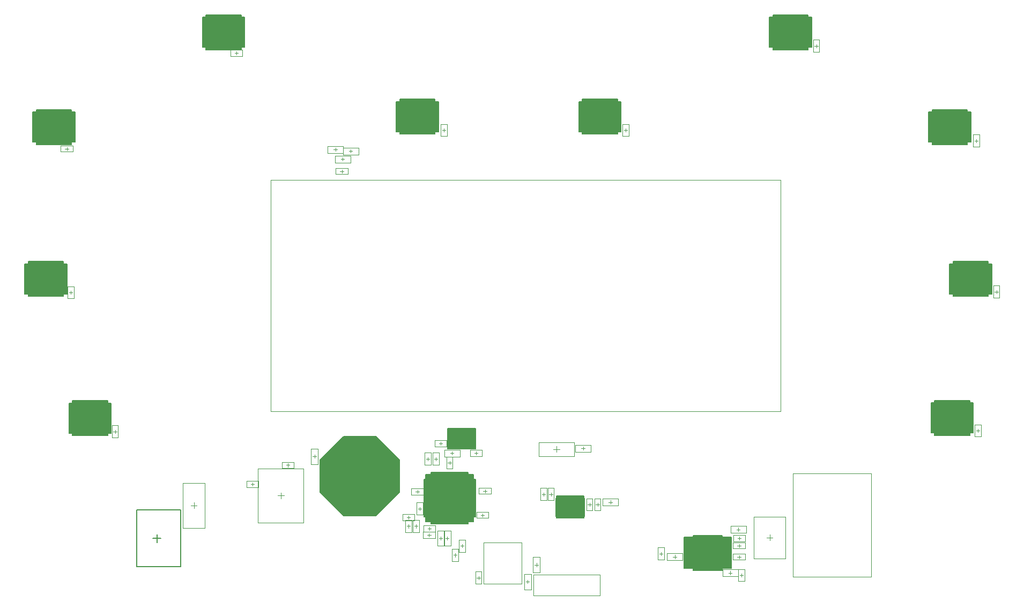
<source format=gbr>
%TF.GenerationSoftware,Altium Limited,Altium Designer,24.6.1 (21)*%
G04 Layer_Color=32768*
%FSLAX45Y45*%
%MOMM*%
%TF.SameCoordinates,D6E34864-ACFE-43FA-A01B-F9739AC3D18D*%
%TF.FilePolarity,Positive*%
%TF.FileFunction,Other,Mechanical_15*%
%TF.Part,Single*%
G01*
G75*
%TA.AperFunction,NonConductor*%
%ADD35C,0.20000*%
%ADD51C,0.15240*%
%ADD79C,0.10000*%
%ADD82C,0.05000*%
G36*
X-4411500Y12479400D02*
X-4355620D01*
Y12004620D01*
X-4411500D01*
Y11966420D01*
X-4962680D01*
Y12004620D01*
X-5018560D01*
Y12479400D01*
X-4962680D01*
Y12517600D01*
X-4411500D01*
Y12479400D01*
D02*
G37*
G36*
X4542000Y12479300D02*
X4597880D01*
Y12004520D01*
X4542000D01*
Y11966320D01*
X3990820D01*
Y12004520D01*
X3934940D01*
Y12479300D01*
X3990820D01*
Y12517500D01*
X4542000D01*
Y12479300D01*
D02*
G37*
G36*
X1532100Y11145900D02*
X1587980D01*
Y10671120D01*
X1532100D01*
Y10632920D01*
X980920D01*
Y10671120D01*
X925040D01*
Y11145900D01*
X980920D01*
Y11184100D01*
X1532100D01*
Y11145900D01*
D02*
G37*
G36*
X-1350800D02*
X-1294920D01*
Y10671120D01*
X-1350800D01*
Y10632920D01*
X-1901980D01*
Y10671120D01*
X-1957860D01*
Y11145900D01*
X-1901980D01*
Y11184100D01*
X-1350800D01*
Y11145900D01*
D02*
G37*
G36*
X7056600Y10979300D02*
X7112480D01*
Y10504520D01*
X7056600D01*
Y10466320D01*
X6505420D01*
Y10504520D01*
X6449540D01*
Y10979300D01*
X6505420D01*
Y11017500D01*
X7056600D01*
Y10979300D01*
D02*
G37*
G36*
X-7091200D02*
X-7035320D01*
Y10504520D01*
X-7091200D01*
Y10466320D01*
X-7642380D01*
Y10504520D01*
X-7698260D01*
Y10979300D01*
X-7642380D01*
Y11017500D01*
X-7091200D01*
Y10979300D01*
D02*
G37*
G36*
X7386800Y8579300D02*
X7442680D01*
Y8104520D01*
X7386800D01*
Y8066320D01*
X6835620D01*
Y8104520D01*
X6779740D01*
Y8579300D01*
X6835620D01*
Y8617500D01*
X7386800D01*
Y8579300D01*
D02*
G37*
G36*
X-7218200D02*
X-7162320D01*
Y8104520D01*
X-7218200D01*
Y8066320D01*
X-7769380D01*
Y8104520D01*
X-7825260D01*
Y8579300D01*
X-7769380D01*
Y8617500D01*
X-7218200D01*
Y8579300D01*
D02*
G37*
G36*
X7094700Y6383400D02*
X7150580D01*
Y5908620D01*
X7094700D01*
Y5870420D01*
X6543520D01*
Y5908620D01*
X6487640D01*
Y6383400D01*
X6543520D01*
Y6421600D01*
X7094700D01*
Y6383400D01*
D02*
G37*
G36*
X-6519700Y6379300D02*
X-6463820D01*
Y5904520D01*
X-6519700D01*
Y5866320D01*
X-7070880D01*
Y5904520D01*
X-7126760D01*
Y6379300D01*
X-7070880D01*
Y6417500D01*
X-6519700D01*
Y6379300D01*
D02*
G37*
G36*
X-735190Y5975830D02*
X-709790D01*
Y5655790D01*
X-735190D01*
Y5655410D01*
X-1145990D01*
Y5655790D01*
Y5975830D01*
Y5976210D01*
X-735190D01*
Y5975830D01*
D02*
G37*
G36*
X-1911950Y5480198D02*
Y4965624D01*
X-2279503Y4598071D01*
X-2794077D01*
X-3161630Y4965624D01*
Y5480198D01*
X-2794077Y5847751D01*
X-2279503D01*
X-1911950Y5480198D01*
D02*
G37*
G36*
X999990Y4879820D02*
X1011400D01*
Y4592800D01*
X999990D01*
Y4562320D01*
X573230D01*
Y4592800D01*
X561820D01*
Y4879820D01*
X573230D01*
Y4910300D01*
X999990D01*
Y4879820D01*
D02*
G37*
G36*
X-824100Y5251930D02*
X-742470D01*
Y5170300D01*
X-711990D01*
Y4581720D01*
X-742470D01*
Y4500090D01*
X-824100D01*
Y4469610D01*
X-1412680D01*
Y4500090D01*
X-1494310D01*
Y4581720D01*
X-1524790D01*
Y5170300D01*
X-1494310D01*
Y5251930D01*
X-1412680D01*
Y5282410D01*
X-824100D01*
Y5251930D01*
D02*
G37*
G36*
X3183100Y4256250D02*
X3329150D01*
Y3768570D01*
X3183100D01*
Y3736820D01*
X2733520D01*
Y3768570D01*
X2587470D01*
Y4256250D01*
X2733520D01*
Y4288000D01*
X3183100D01*
Y4256250D01*
D02*
G37*
D35*
X-6061190Y3791010D02*
Y4691010D01*
Y3791010D02*
X-5361190D01*
Y4691010D01*
X-6061190D02*
X-5361190D01*
X-5741190Y4177510D02*
Y4304510D01*
X-5804690Y4241010D02*
X-5677690D01*
D51*
X3183100Y3736820D02*
Y3768570D01*
X3329150D01*
Y4256250D01*
X3183100D02*
X3329150D01*
X3183100D02*
Y4288000D01*
X2733520D02*
X3183100D01*
X2733520Y4256250D02*
Y4288000D01*
X2587470Y4256250D02*
X2733520D01*
X2587470Y3768570D02*
Y4256250D01*
Y3768570D02*
X2733520D01*
Y3736820D02*
Y3768570D01*
Y3736820D02*
X3183100D01*
X7094700Y6383400D02*
Y6421600D01*
X6543520D02*
X7094700D01*
X6543520Y6383400D02*
Y6421600D01*
Y5870420D02*
Y5908620D01*
Y5870420D02*
X7094700D01*
Y5908620D01*
Y6383400D02*
X7150580D01*
X6487640D02*
X6543520D01*
X6487640Y5908620D02*
Y6383400D01*
Y5908620D02*
X6543520D01*
X7094700D02*
X7150580D01*
Y6383400D01*
X7386800Y8579300D02*
Y8617500D01*
X6835620D02*
X7386800D01*
X6835620Y8579300D02*
Y8617500D01*
Y8066320D02*
Y8104520D01*
Y8066320D02*
X7386800D01*
Y8104520D01*
Y8579300D02*
X7442680D01*
X6779740D02*
X6835620D01*
X6779740Y8104520D02*
Y8579300D01*
Y8104520D02*
X6835620D01*
X7386800D02*
X7442680D01*
Y8579300D01*
X7112480Y10504520D02*
Y10979300D01*
X7056600Y10504520D02*
X7112480D01*
X6449540D02*
X6505420D01*
X6449540D02*
Y10979300D01*
X6505420D01*
X7056600D02*
X7112480D01*
X7056600Y10466320D02*
Y10504520D01*
X6505420Y10466320D02*
X7056600D01*
X6505420D02*
Y10504520D01*
Y10979300D02*
Y11017500D01*
X7056600D01*
Y10979300D02*
Y11017500D01*
X4542000Y12479300D02*
Y12517500D01*
X3990820D02*
X4542000D01*
X3990820Y12479300D02*
Y12517500D01*
Y11966320D02*
Y12004520D01*
Y11966320D02*
X4542000D01*
Y12004520D01*
Y12479300D02*
X4597880D01*
X3934940D02*
X3990820D01*
X3934940Y12004520D02*
Y12479300D01*
Y12004520D02*
X3990820D01*
X4542000D02*
X4597880D01*
Y12479300D01*
X1532100Y11145900D02*
Y11184100D01*
X980920D02*
X1532100D01*
X980920Y11145900D02*
Y11184100D01*
Y10632920D02*
Y10671120D01*
Y10632920D02*
X1532100D01*
Y10671120D01*
Y11145900D02*
X1587980D01*
X925040D02*
X980920D01*
X925040Y10671120D02*
Y11145900D01*
Y10671120D02*
X980920D01*
X1532100D02*
X1587980D01*
Y11145900D01*
X-1350800D02*
Y11184100D01*
X-1901980D02*
X-1350800D01*
X-1901980Y11145900D02*
Y11184100D01*
Y10632920D02*
Y10671120D01*
Y10632920D02*
X-1350800D01*
Y10671120D01*
Y11145900D02*
X-1294920D01*
X-1957860D02*
X-1901980D01*
X-1957860Y10671120D02*
Y11145900D01*
Y10671120D02*
X-1901980D01*
X-1350800D02*
X-1294920D01*
Y11145900D01*
X-4411500Y12479400D02*
Y12517600D01*
X-4962680D02*
X-4411500D01*
X-4962680Y12479400D02*
Y12517600D01*
Y11966420D02*
Y12004620D01*
Y11966420D02*
X-4411500D01*
Y12004620D01*
Y12479400D02*
X-4355620D01*
X-5018560D02*
X-4962680D01*
X-5018560Y12004620D02*
Y12479400D01*
Y12004620D02*
X-4962680D01*
X-4411500D02*
X-4355620D01*
Y12479400D01*
X-7091200Y10979300D02*
Y11017500D01*
X-7642380D02*
X-7091200D01*
X-7642380Y10979300D02*
Y11017500D01*
Y10466320D02*
Y10504520D01*
Y10466320D02*
X-7091200D01*
Y10504520D01*
Y10979300D02*
X-7035320D01*
X-7698260D02*
X-7642380D01*
X-7698260Y10504520D02*
Y10979300D01*
Y10504520D02*
X-7642380D01*
X-7091200D02*
X-7035320D01*
Y10979300D01*
X-7218200Y8579300D02*
Y8617500D01*
X-7769380D02*
X-7218200D01*
X-7769380Y8579300D02*
Y8617500D01*
Y8066320D02*
Y8104520D01*
Y8066320D02*
X-7218200D01*
Y8104520D01*
Y8579300D02*
X-7162320D01*
X-7825260D02*
X-7769380D01*
X-7825260Y8104520D02*
Y8579300D01*
Y8104520D02*
X-7769380D01*
X-7218200D02*
X-7162320D01*
Y8579300D01*
X-6463820Y5904520D02*
Y6379300D01*
X-6519700D02*
Y6417500D01*
X-7070880D02*
X-6519700D01*
X-7070880Y6379300D02*
Y6417500D01*
Y5866320D02*
Y5904520D01*
Y5866320D02*
X-6519700D01*
Y5904520D01*
Y6379300D02*
X-6463820D01*
X-7126760D02*
X-7070880D01*
X-7126760Y5904520D02*
Y6379300D01*
Y5904520D02*
X-7070880D01*
X-6519700D02*
X-6463820D01*
X-2794077Y5847751D02*
X-2279503D01*
X-1911950Y5480198D01*
Y4965624D02*
Y5480198D01*
X-2279503Y4598071D02*
X-1911950Y4965624D01*
X-2794077Y4598071D02*
X-2279503D01*
X-3161630Y4965624D02*
X-2794077Y4598071D01*
X-3161630Y4965624D02*
Y5480198D01*
X-2794077Y5847751D01*
X-824100Y5251930D02*
X-742470D01*
X-824100D02*
Y5282410D01*
X-1412680D02*
X-824100D01*
X-1412680Y5251930D02*
Y5282410D01*
X-1494310Y5251930D02*
X-1412680D01*
X-1494310Y5170300D02*
Y5251930D01*
X-1524790Y5170300D02*
X-1494310D01*
X-1524790Y4581720D02*
Y5170300D01*
Y4581720D02*
X-1494310D01*
Y4500090D02*
Y4581720D01*
Y4500090D02*
X-1412680D01*
Y4469610D02*
Y4500090D01*
Y4469610D02*
X-824100D01*
Y4500090D01*
X-742470D01*
Y4581720D01*
X-711990D01*
Y5170300D01*
X-742470D02*
X-711990D01*
X-742470D02*
Y5251930D01*
X573230Y4910300D02*
X999990D01*
Y4879820D02*
Y4910300D01*
Y4562320D02*
Y4592800D01*
X573230Y4562320D02*
X999990D01*
X573230D02*
Y4592800D01*
Y4879820D02*
Y4910300D01*
X561820Y4879820D02*
X573230D01*
X999990D02*
X1011400D01*
Y4592800D02*
Y4879820D01*
X999990Y4592800D02*
X1011400D01*
X561820D02*
X573230D01*
X561820D02*
Y4879820D01*
X-1145990Y5655790D02*
Y5975830D01*
Y5976210D02*
X-735190D01*
Y5975830D02*
Y5976210D01*
Y5655410D02*
Y5655790D01*
X-1145990Y5655410D02*
X-735190D01*
X-1145990D02*
Y5655790D01*
Y5975830D02*
Y5976210D01*
X-735190Y5975830D02*
X-709790D01*
Y5655790D02*
Y5975830D01*
X-735190Y5655790D02*
X-709790D01*
D79*
X-1183200Y4241800D02*
X-1128200D01*
X-1155700Y4214300D02*
Y4269300D01*
X-1210700Y4119300D02*
Y4364300D01*
X-1100700Y4119300D02*
Y4364300D01*
X-1210700Y4119300D02*
X-1100700D01*
X-1210700Y4364300D02*
X-1100700D01*
X-1284800Y4241800D02*
X-1229800D01*
X-1257300Y4214300D02*
Y4269300D01*
X-1312300Y4119300D02*
Y4364300D01*
X-1202300Y4119300D02*
Y4364300D01*
X-1312300Y4119300D02*
X-1202300D01*
X-1312300Y4364300D02*
X-1202300D01*
X-1467000Y4292600D02*
X-1415000D01*
X-1441000Y4266600D02*
Y4318600D01*
X-1461100Y4394200D02*
X-1409100D01*
X-1435100Y4368200D02*
Y4420200D01*
X2195710Y3999710D02*
X2247710D01*
X2221710Y3973710D02*
Y4025711D01*
X2315110Y3893910D02*
Y4003910D01*
X2560110Y3893910D02*
Y4003910D01*
X2315110D02*
X2560110D01*
X2315110Y3893910D02*
X2560110D01*
X2410110Y3948910D02*
X2465110D01*
X2437610Y3921410D02*
Y3976410D01*
X3436410Y3639910D02*
Y3749910D01*
X3191410Y3639910D02*
Y3749910D01*
Y3639910D02*
X3436410D01*
X3191410Y3749910D02*
X3436410D01*
X3286410Y3694910D02*
X3341410D01*
X3313910Y3667410D02*
Y3722410D01*
X3465710Y3656810D02*
X3517710D01*
X3491710Y3630810D02*
Y3682811D01*
X3453610Y3922910D02*
Y3974910D01*
X3427610Y3948910D02*
X3479610D01*
X3453610Y4100710D02*
Y4152710D01*
X3427610Y4126710D02*
X3479610D01*
X3458087Y4218910D02*
Y4270910D01*
X3432087Y4244910D02*
X3484087D01*
X3318410Y4325710D02*
Y4435710D01*
X3563410Y4325710D02*
Y4435710D01*
X3318410D02*
X3563410D01*
X3318410Y4325710D02*
X3563410D01*
X3413410Y4380710D02*
X3468410D01*
X3440910Y4353210D02*
Y4408210D01*
X3886210Y4253710D02*
X3986210D01*
X3936210Y4203710D02*
Y4303710D01*
X7199510Y5942810D02*
X7251510D01*
X7225510Y5916810D02*
Y5968811D01*
X7491610Y8139910D02*
X7543610D01*
X7517610Y8113910D02*
Y8165911D01*
X7174110Y10527510D02*
X7226110D01*
X7200110Y10501510D02*
Y10553511D01*
X4646810Y12026110D02*
X4698810D01*
X4672810Y12000110D02*
Y12052111D01*
X1636910Y10692610D02*
X1688910D01*
X1662910Y10666610D02*
Y10718611D01*
X-1233290Y10692610D02*
X-1181290D01*
X-1207290Y10666610D02*
Y10718611D01*
X-4483890Y11885810D02*
Y11937810D01*
X-4509890Y11911810D02*
X-4457889D01*
X-7189590Y10400510D02*
X-7137589D01*
X-7163590Y10374510D02*
Y10426510D01*
X-7126090Y8127210D02*
X-7074090D01*
X-7100090Y8101210D02*
Y8153211D01*
X-5206990Y4761710D02*
X-5106990D01*
X-5156990Y4711710D02*
Y4811710D01*
X-4231690Y5071610D02*
Y5123610D01*
X-4257689Y5097610D02*
X-4205689D01*
X-3834600Y4914900D02*
X-3734600D01*
X-3784600Y4864900D02*
Y4964900D01*
X-3670300Y5371500D02*
Y5423500D01*
X-3696300Y5397500D02*
X-3644300D01*
X-3306990Y5658910D02*
X-3196990D01*
X-3306990Y5413910D02*
X-3196990D01*
Y5658910D01*
X-3306990Y5413910D02*
Y5658910D01*
X-3251990Y5508910D02*
Y5563910D01*
X-3279490Y5536410D02*
X-3224490D01*
X-699290Y5561210D02*
Y5613210D01*
X-725290Y5587210D02*
X-673290D01*
X-1258090Y5713610D02*
Y5765610D01*
X-1284090Y5739610D02*
X-1232090D01*
X-957790Y5532210D02*
Y5642210D01*
X-1202790D02*
X-957790D01*
X-1202790Y5532210D02*
X-957790D01*
X-1107790Y5587210D02*
X-1052790D01*
X-1080290Y5559710D02*
Y5614710D01*
X-1202790Y5532210D02*
Y5642210D01*
X-1144390Y5434810D02*
X-1092390D01*
X-1118390Y5408810D02*
Y5460810D01*
X-1360290Y5498310D02*
X-1308290D01*
X-1334290Y5472310D02*
Y5524310D01*
X-1487290Y5498310D02*
X-1435290D01*
X-1461290Y5472310D02*
Y5524310D01*
X-1626390Y4951610D02*
Y5003610D01*
X-1652390Y4977610D02*
X-1600389D01*
X-1614290Y4710910D02*
X-1562290D01*
X-1588290Y4684910D02*
Y4736910D01*
X-1765300Y4546000D02*
Y4598000D01*
X-1791300Y4572000D02*
X-1739300D01*
X-1765300Y4406300D02*
Y4458300D01*
X-1791300Y4432300D02*
X-1739300D01*
X-1677000D02*
X-1625000D01*
X-1651000Y4406300D02*
Y4458300D01*
X-1054700Y3975100D02*
X-1002700D01*
X-1028700Y3949100D02*
Y4001100D01*
X-948683Y4120110D02*
X-896683D01*
X-922683Y4094110D02*
Y4146111D01*
X-661190Y3592710D02*
Y3644711D01*
X-687190Y3618710D02*
X-635190D01*
X86010Y3555210D02*
X141010D01*
X113510Y3527710D02*
Y3582710D01*
X168510Y3432710D02*
Y3677710D01*
X58510Y3432710D02*
Y3677710D01*
X168510D01*
X58510Y3432710D02*
X168510D01*
X225710Y3821910D02*
X280710D01*
X253210Y3794410D02*
Y3849410D01*
X308210Y3699410D02*
Y3944410D01*
X198210Y3699410D02*
Y3944410D01*
X308210D01*
X198210Y3699410D02*
X308210D01*
X570710Y5600710D02*
Y5700710D01*
X520710Y5650710D02*
X620710D01*
X1112310Y5608410D02*
Y5718410D01*
X867310Y5608410D02*
Y5718410D01*
Y5608410D02*
X1112310D01*
X867310Y5718410D02*
X1112310D01*
X962310Y5663410D02*
X1017310D01*
X989810Y5635910D02*
Y5690910D01*
X1544110Y4757510D02*
Y4867510D01*
X1299110D02*
X1544110D01*
X1299110Y4757510D02*
X1544110D01*
X1394110Y4812510D02*
X1449110D01*
X1421610Y4785010D02*
Y4840010D01*
X1299110Y4757510D02*
Y4867510D01*
X1192410Y4774410D02*
X1244410D01*
X1218410Y4748410D02*
Y4800411D01*
X1065410Y4774410D02*
X1117410D01*
X1091410Y4748410D02*
Y4800410D01*
X455810Y4939510D02*
X507810D01*
X481810Y4913510D02*
Y4965510D01*
X341510Y4939510D02*
X393510D01*
X367510Y4913510D02*
Y4965511D01*
X-585590Y4990310D02*
X-533590D01*
X-559590Y4964310D02*
Y5016310D01*
X-2929990Y10180410D02*
X-2684990D01*
X-2929990D02*
Y10290410D01*
X-2684990Y10180410D02*
Y10290410D01*
X-2846190Y10044910D02*
X-2794190D01*
X-2820190Y10018910D02*
Y10070910D01*
X-2921790Y10360310D02*
Y10415310D01*
X-2949290Y10387810D02*
X-2894290D01*
X-3044290Y10442810D02*
X-2799290D01*
X-3044290Y10332810D02*
X-2799290D01*
X-3044290D02*
Y10442810D01*
X-2799290Y10332810D02*
Y10442810D01*
X-2680490Y10334910D02*
Y10389910D01*
X-2707990Y10362410D02*
X-2652990D01*
X-2802990Y10417410D02*
X-2557990D01*
X-2802990Y10307410D02*
X-2557990D01*
X-2802990D02*
Y10417410D01*
X-2557990Y10307410D02*
Y10417410D01*
X-2807490Y10207910D02*
Y10262910D01*
X-2834990Y10235410D02*
X-2779990D01*
X-2929990Y10290410D02*
X-2684990D01*
X-623690Y4609310D02*
X-571690D01*
X-597690Y4583310D02*
Y4635310D01*
X-6401590Y5904110D02*
Y5956111D01*
X-6427590Y5930110D02*
X-6375590D01*
D82*
X-1536000Y4242600D02*
Y4342600D01*
X-1346000Y4242600D02*
Y4342600D01*
X-1536000D02*
X-1346000D01*
X-1536000Y4242600D02*
X-1346000D01*
X-3940390Y9902010D02*
X4109610D01*
Y6252010D02*
Y9902010D01*
X-3940390Y6252010D02*
X4109610D01*
X-3940390D02*
Y9902010D01*
X-1530100Y4344200D02*
Y4444200D01*
X-1340100Y4344200D02*
Y4444200D01*
X-1530100D02*
X-1340100D01*
X-1530100Y4344200D02*
X-1340100D01*
X2271710Y3904711D02*
Y4094710D01*
X2171710Y3904711D02*
Y4094710D01*
X2271710D01*
X2171710Y3904711D02*
X2271710D01*
X3541710Y3561811D02*
Y3751810D01*
X3441710Y3561811D02*
Y3751810D01*
X3541710D01*
X3441710Y3561811D02*
X3541710D01*
X3358610Y3998910D02*
X3548610D01*
X3358610Y3898910D02*
X3548610D01*
X3358610D02*
Y3998910D01*
X3548610Y3898910D02*
Y3998910D01*
X3358610Y4176710D02*
X3548610D01*
X3358610Y4076710D02*
X3548610D01*
X3358610D02*
Y4176710D01*
X3548610Y4076710D02*
Y4176710D01*
X3363087Y4294910D02*
X3553087D01*
X3363087Y4194910D02*
X3553087D01*
X3363087D02*
Y4294910D01*
X3553087Y4194910D02*
Y4294910D01*
X4186210Y3923710D02*
Y4583710D01*
X3686210Y3923710D02*
Y4583710D01*
X4186210D01*
X3686210Y3923710D02*
X4186210D01*
X4306510Y5264210D02*
X5541510D01*
Y3634210D02*
Y5264210D01*
X4306510Y3634210D02*
X5541510D01*
X4306510D02*
Y5264210D01*
X7275510Y5847811D02*
Y6037810D01*
X7175510Y5847811D02*
Y6037810D01*
X7275510D01*
X7175510Y5847811D02*
X7275510D01*
X7567610Y8044911D02*
Y8234910D01*
X7467610Y8044911D02*
Y8234910D01*
X7567610D01*
X7467610Y8044911D02*
X7567610D01*
X7250110Y10432511D02*
Y10622510D01*
X7150110Y10432511D02*
Y10622510D01*
X7250110D01*
X7150110Y10432511D02*
X7250110D01*
X4722810Y11931111D02*
Y12121110D01*
X4622810Y11931111D02*
Y12121110D01*
X4722810D01*
X4622810Y11931111D02*
X4722810D01*
X1712910Y10597611D02*
Y10787610D01*
X1612910Y10597611D02*
Y10787610D01*
X1712910D01*
X1612910Y10597611D02*
X1712910D01*
X-1157290D02*
Y10787610D01*
X-1257290Y10597611D02*
Y10787610D01*
X-1157290D01*
X-1257290Y10597611D02*
X-1157290D01*
X-4578889Y11861810D02*
X-4388890D01*
X-4578889Y11961810D02*
X-4388890D01*
Y11861810D02*
Y11961810D01*
X-4578889Y11861810D02*
Y11961810D01*
X-7258589Y10350510D02*
X-7068590D01*
X-7258589Y10450510D02*
X-7068590D01*
Y10350510D02*
Y10450510D01*
X-7258589Y10350510D02*
Y10450510D01*
X-7050090Y8032211D02*
Y8222210D01*
X-7150090Y8032211D02*
Y8222210D01*
X-7050090D01*
X-7150090Y8032211D02*
X-7050090D01*
X-5331990Y4406110D02*
Y5117310D01*
X-4981990Y4406110D02*
Y5117310D01*
X-5331990Y4406110D02*
X-4981990D01*
X-5331990Y5117310D02*
X-4981990D01*
X-4326689Y5047610D02*
X-4136689D01*
X-4326689Y5147610D02*
X-4136689D01*
Y5047610D02*
Y5147610D01*
X-4326689Y5047610D02*
Y5147610D01*
X-4144600Y4489900D02*
Y5339900D01*
X-3424600Y4489900D02*
Y5339900D01*
X-4144600Y4489900D02*
X-3424600D01*
X-4144600Y5339900D02*
X-3424600D01*
X-3765300Y5447500D02*
X-3575300D01*
X-3765300Y5347500D02*
X-3575300D01*
X-3765300D02*
Y5447500D01*
X-3575300Y5347500D02*
Y5447500D01*
X-794290Y5637210D02*
X-604290D01*
X-794290Y5537210D02*
X-604290D01*
X-794290D02*
Y5637210D01*
X-604290Y5537210D02*
Y5637210D01*
X-1353090Y5789610D02*
X-1163090D01*
X-1353090Y5689610D02*
X-1163090D01*
X-1353090D02*
Y5789610D01*
X-1163090Y5689610D02*
Y5789610D01*
X-1068390Y5339810D02*
Y5529810D01*
X-1168390Y5339810D02*
X-1068390D01*
X-1168390Y5529810D02*
X-1068390D01*
X-1168390Y5339810D02*
Y5529810D01*
X-1384290Y5403310D02*
Y5593310D01*
X-1284290Y5403310D02*
Y5593310D01*
X-1384290Y5403310D02*
X-1284290D01*
X-1384290Y5593310D02*
X-1284290D01*
X-1511290Y5403310D02*
Y5593310D01*
X-1411290Y5403310D02*
Y5593310D01*
X-1511290Y5403310D02*
X-1411290D01*
X-1511290Y5593310D02*
X-1411290D01*
X-1721389Y4927610D02*
X-1531390D01*
X-1721389Y5027610D02*
X-1531390D01*
Y4927610D02*
Y5027610D01*
X-1721389Y4927610D02*
Y5027610D01*
X-1638290Y4615910D02*
Y4805910D01*
X-1538290Y4615910D02*
Y4805910D01*
X-1638290Y4615910D02*
X-1538290D01*
X-1638290Y4805910D02*
X-1538290D01*
X-1860300Y4522000D02*
X-1670300D01*
X-1860300Y4622000D02*
X-1670300D01*
Y4522000D02*
Y4622000D01*
X-1860300Y4522000D02*
Y4622000D01*
X-1815300Y4337300D02*
X-1715300D01*
X-1815300Y4527300D02*
X-1715300D01*
X-1815300Y4337300D02*
Y4527300D01*
X-1715300Y4337300D02*
Y4527300D01*
X-1601000Y4337300D02*
Y4527300D01*
X-1701000Y4337300D02*
Y4527300D01*
X-1601000D01*
X-1701000Y4337300D02*
X-1601000D01*
X-978700Y3880100D02*
Y4070100D01*
X-1078700Y3880100D02*
Y4070100D01*
X-978700D01*
X-1078700Y3880100D02*
X-978700D01*
X-872683Y4025111D02*
Y4215110D01*
X-972683Y4025111D02*
Y4215110D01*
X-872683D01*
X-972683Y4025111D02*
X-872683D01*
X-711190Y3523711D02*
X-611190D01*
X-711190Y3713710D02*
X-611190D01*
X-711190Y3523711D02*
Y3713710D01*
X-611190Y3523711D02*
Y3713710D01*
X-580190Y3522310D02*
X19810D01*
X-580190D02*
Y4172310D01*
X19810D01*
Y3522310D02*
Y4172310D01*
X1256810Y3339410D02*
Y3669410D01*
X206810Y3339410D02*
X1256810D01*
X206810D02*
Y3669410D01*
X1256810D01*
X291310Y5760710D02*
X850110D01*
X291310Y5540710D02*
X850110D01*
X291310D02*
Y5760710D01*
X850110Y5540710D02*
Y5760710D01*
X1268410Y4679411D02*
Y4869410D01*
X1168410Y4679411D02*
Y4869410D01*
X1268410D01*
X1168410Y4679411D02*
X1268410D01*
X1041410Y4679410D02*
Y4869410D01*
X1141410Y4679410D02*
Y4869410D01*
X1041410Y4679410D02*
X1141410D01*
X1041410Y4869410D02*
X1141410D01*
X431810Y4844510D02*
Y5034510D01*
X531810Y4844510D02*
Y5034510D01*
X431810Y4844510D02*
X531810D01*
X431810Y5034510D02*
X531810D01*
X417510Y4844511D02*
Y5034510D01*
X317510Y4844511D02*
Y5034510D01*
X417510D01*
X317510Y4844511D02*
X417510D01*
X-464590Y4940310D02*
Y5040310D01*
X-654590Y4940310D02*
Y5040310D01*
Y4940310D02*
X-464590D01*
X-654590Y5040310D02*
X-464590D01*
X-2725190Y9994910D02*
Y10094910D01*
X-2915190Y9994910D02*
Y10094910D01*
Y9994910D02*
X-2725190D01*
X-2915190Y10094910D02*
X-2725190D01*
X-502690Y4559310D02*
Y4659310D01*
X-692690Y4559310D02*
Y4659310D01*
Y4559310D02*
X-502690D01*
X-692690Y4659310D02*
X-502690D01*
X-6451590Y5835111D02*
X-6351590D01*
X-6451590Y6025110D02*
X-6351590D01*
X-6451590Y5835111D02*
Y6025110D01*
X-6351590Y5835111D02*
Y6025110D01*
%TF.MD5,bbb0dff212887a5882dff77918f4ad9a*%
M02*

</source>
